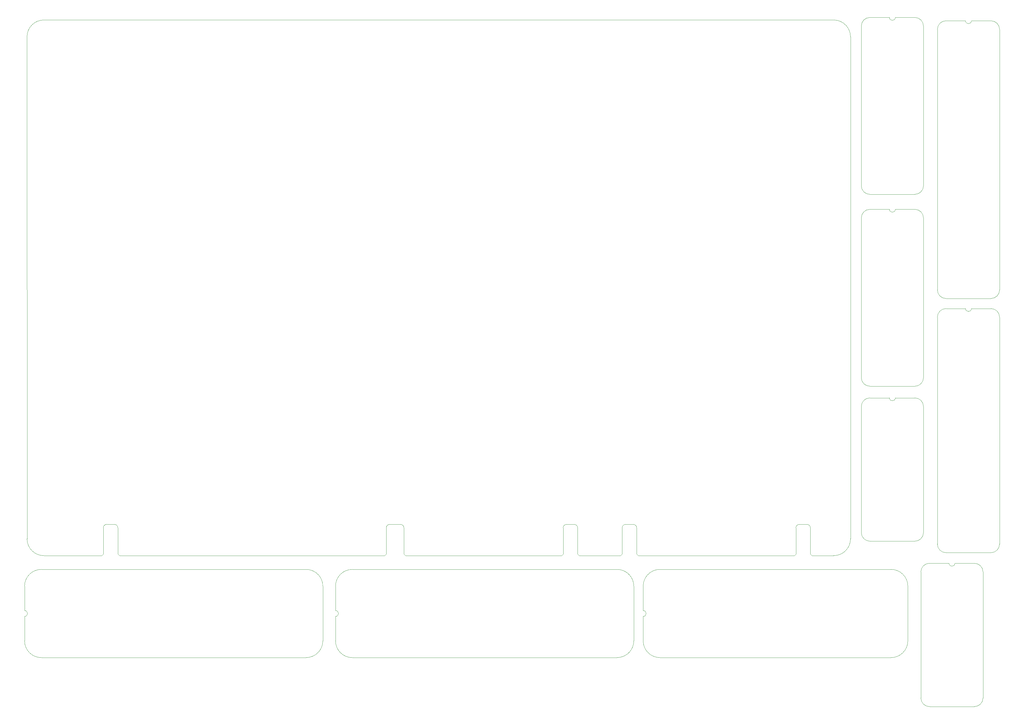
<source format=gm1>
%MOIN*%
%OFA0B0*%
%FSLAX46Y46*%
%IPPOS*%
%LPD*%
%ADD10C,0.0039370078740157488*%
%ADD21C,0.0039370078740157488*%
%ADD22C,0.0039370078740157488*%
%ADD23C,0.0039370078740157488*%
%ADD24C,0.0039370078740157488*%
%ADD25C,0.0039370078740157488*%
%ADD26C,0.0039370078740157488*%
%ADD27C,0.0039370078740157488*%
%ADD28C,0.0039370078740157488*%
%ADD29C,0.0039370078740157488*%
G01*
D10*
X0010008740Y0006210236D02*
X0010008740Y0008110236D01*
X0010343740Y0008213236D02*
X0010111642Y0008213139D01*
X0010645837Y0008213139D02*
X0010413740Y0008213236D01*
X0010645837Y0006107333D02*
X0010111643Y0006107333D01*
X0010748740Y0006210236D02*
X0010748740Y0008110236D01*
X0010008740Y0008110236D02*
G75*
G02*
X0010111642Y0008213139I0000102902J0000000000D01*
G01*
X0010111643Y0006107333D02*
G75*
G02*
X0010008740Y0006210236I0000000000J0000102902D01*
G01*
X0010413740Y0008213236D02*
G75*
G02*
X0010343740Y0008213236I-0000035000D01*
G01*
X0010645837Y0008213139D02*
G75*
G02*
X0010748739Y0008110236I0000000000J-0000102903D01*
G01*
X0010748740Y0006210236D02*
G75*
G02*
X0010645837Y0006107333I-0000102902D01*
G01*
G04 next file*
G04 Gerber Fmt 4.6, Leading zero omitted, Abs format (unit mm)*
G04 Created by KiCad (PCBNEW 8.0.7) date 2025-01-29 06:22:26*
G01*
G04 APERTURE LIST*
G04 APERTURE END LIST*
D21*
X0010748740Y0003926771D02*
G75*
G02*
X0010645837Y0003823868I-0000102902D01*
G01*
X0010645837Y0005929674D02*
G75*
G02*
X0010748740Y0005826771I0000000000J-0000102903D01*
G01*
X0010413740Y0005929771D02*
G75*
G02*
X0010343740Y0005929771I-0000035000D01*
G01*
X0010111643Y0003823868D02*
G75*
G02*
X0010008740Y0003926771I0000000000J0000102902D01*
G01*
X0010008740Y0005826771D02*
G75*
G02*
X0010111642Y0005929674I0000102902J0000000000D01*
G01*
X0010748740Y0003926771D02*
X0010748740Y0005826771D01*
X0010645837Y0003823868D02*
X0010111643Y0003823868D01*
X0010645837Y0005929674D02*
X0010413740Y0005929771D01*
X0010343740Y0005929771D02*
X0010111642Y0005929674D01*
X0010008740Y0003926771D02*
X0010008740Y0005826771D01*
G04 next file*
G04 Gerber Fmt 4.6, Leading zero omitted, Abs format (unit mm)*
G04 Created by KiCad (PCBNEW 8.0.7) date 2025-01-29 07:17:14*
G01*
G04 APERTURE LIST*
G04 APERTURE END LIST*
D22*
X0011654251Y0004970866D02*
G75*
G02*
X0011551349Y0004867963I-0000102902D01*
G01*
X0011551349Y0008173769D02*
G75*
G02*
X0011654252Y0008070866I0000000000J-0000102903D01*
G01*
X0011319112Y0008173866D02*
G75*
G02*
X0011249112Y0008173866I-0000035000D01*
G01*
X0011017154Y0004867963D02*
G75*
G02*
X0010914251Y0004970866I0000000000J0000102902D01*
G01*
X0010914112Y0008070866D02*
G75*
G02*
X0011017015Y0008173768I0000102902J0000000000D01*
G01*
X0011654251Y0004970866D02*
X0011654251Y0008070866D01*
X0011551349Y0004867963D02*
X0011017154Y0004867963D01*
X0011551209Y0008173769D02*
X0011319112Y0008173866D01*
X0011249112Y0008173866D02*
X0011017015Y0008173768D01*
X0010914251Y0004970866D02*
X0010914251Y0008070866D01*
G04 next file*
G04 Gerber Fmt 4.6, Leading zero omitted, Abs format (unit mm)*
G04 Created by KiCad (PCBNEW 8.0.7) date 2025-01-29 07:33:04*
G01*
G04 APERTURE LIST*
G04 APERTURE END LIST*
D23*
X0010748740Y0002082677D02*
G75*
G02*
X0010645837Y0001979774I-0000102902D01*
G01*
X0010645837Y0003685580D02*
G75*
G02*
X0010748739Y0003582677I0000000000J-0000102903D01*
G01*
X0010413740Y0003685677D02*
G75*
G02*
X0010343740Y0003685677I-0000035000D01*
G01*
X0010111643Y0001979774D02*
G75*
G02*
X0010008740Y0002082677I0000000000J0000102902D01*
G01*
X0010008740Y0003582677D02*
G75*
G02*
X0010111642Y0003685580I0000102902J0000000000D01*
G01*
X0010748740Y0002082677D02*
X0010748740Y0003582677D01*
X0010645837Y0001979774D02*
X0010111643Y0001979774D01*
X0010645837Y0003685580D02*
X0010413740Y0003685677D01*
X0010343740Y0003685677D02*
X0010111642Y0003685580D01*
X0010008740Y0002082677D02*
X0010008740Y0003582677D01*
G04 next file*
G04 Gerber Fmt 4.6, Leading zero omitted, Abs format (unit mm)*
G04 Created by KiCad (PCBNEW 8.0.7) date 2025-01-29 07:44:21*
G01*
G04 APERTURE LIST*
G04 APERTURE END LIST*
D24*
X0010914251Y0001945669D02*
X0010914251Y0004645669D01*
X0011249251Y0004748669D02*
X0011017154Y0004748572D01*
X0011551349Y0004748572D02*
X0011319251Y0004748669D01*
X0011551349Y0001842766D02*
X0011017154Y0001842766D01*
X0011654251Y0001945669D02*
X0011654251Y0004645669D01*
X0010914251Y0004645669D02*
G75*
G02*
X0011017154Y0004748572I0000102902J0000000000D01*
G01*
X0011017154Y0001842766D02*
G75*
G02*
X0010914251Y0001945669I0000000000J0000102902D01*
G01*
X0011319251Y0004748669D02*
G75*
G02*
X0011249251Y0004748669I-0000035000D01*
G01*
X0011551349Y0004748572D02*
G75*
G02*
X0011654251Y0004645669I0000000000J-0000102903D01*
G01*
X0011654251Y0001945669D02*
G75*
G02*
X0011551349Y0001842766I-0000102902D01*
G01*
G04 next file*
G04 Gerber Fmt 4.6, Leading zero omitted, Abs format (unit mm)*
G04 Created by KiCad (PCBNEW 8.0.7) date 2025-01-29 07:59:51*
G01*
G04 APERTURE LIST*
G04 APERTURE END LIST*
D25*
X0011457401Y0000114173D02*
G75*
G02*
X0011354498Y0000011270I-0000102902D01*
G01*
X0011354498Y0001717076D02*
G75*
G02*
X0011457401Y0001614173I0000000000J-0000102903D01*
G01*
X0011122401Y0001717173D02*
G75*
G02*
X0011052401Y0001717173I-0000035000D01*
G01*
X0010820304Y0000011270D02*
G75*
G02*
X0010717401Y0000114173I0000000000J0000102902D01*
G01*
X0010717401Y0001614173D02*
G75*
G02*
X0010820304Y0001717076I0000102902J0000000000D01*
G01*
X0011457401Y0000114173D02*
X0011457401Y0001614173D01*
X0011354498Y0000011270D02*
X0010820304Y0000011270D01*
X0011354498Y0001717076D02*
X0011122401Y0001717173D01*
X0011052401Y0001717173D02*
X0010820304Y0001717076D01*
X0010717401Y0000114173D02*
X0010717401Y0001614173D01*
G04 next file*
G04 Gerber Fmt 4.6, Leading zero omitted, Abs format (unit mm)*
G04 Created by KiCad (PCBNEW 8.0.7) date 2025-01-29 08:17:17*
G01*
G04 APERTURE LIST*
G04 APERTURE END LIST*
D26*
X0007143157Y0001807874D02*
X0006652737Y0001807874D01*
X0000080157Y0002007874D02*
X0000079842Y0007982874D01*
X0009880472Y0002007873D02*
X0009880157Y0007982874D01*
X0009680157Y0008182874D02*
G75*
G02*
X0009880157Y0007982874J-0000200000D01*
G01*
X0009680472Y0001807873D02*
X0009422560Y0001807873D01*
X0000079842Y0007982874D02*
G75*
G02*
X0000279842Y0008182874I0000200000J0000000000D01*
G01*
X0000280157Y0001807874D02*
G75*
G02*
X0000080157Y0002007874I0000000000J0000200000D01*
G01*
X0009680157Y0008182874D02*
X0000279842Y0008182874D01*
X0000968157Y0001807874D02*
X0000280157Y0001807873D01*
X0009880472Y0002007873D02*
G75*
G02*
X0009680472Y0001807874I-0000200000J0000000000D01*
G01*
X0009360560Y0002180582D02*
G75*
G02*
X0009402964Y0002138582I0000000202J-0000042200D01*
G01*
X0009230245Y0002138582D02*
G75*
G02*
X0009272649Y0002180584I0000042202J-0000000200D01*
G01*
X0007293157Y0002180582D02*
G75*
G02*
X0007335560Y0002138582I0000000201J-0000042201D01*
G01*
X0007162842Y0002138582D02*
G75*
G02*
X0007205245Y0002180582I0000042202J-0000000202D01*
G01*
X0009402964Y0001827559D02*
X0009422649Y0001807874D01*
X0009402964Y0002138582D02*
X0009402964Y0001827559D01*
X0009272649Y0002180582D02*
X0009360560Y0002180582D01*
X0009230245Y0001827559D02*
X0009210560Y0001807874D01*
X0009230245Y0002138582D02*
X0009230245Y0001827559D01*
X0009210560Y0001807874D02*
X0007355245Y0001807874D01*
X0007335560Y0001827559D02*
X0007355245Y0001807874D01*
X0007335560Y0002138582D02*
X0007335560Y0001827559D01*
X0007205245Y0002180582D02*
X0007293157Y0002180582D01*
X0007162842Y0001827559D02*
X0007143157Y0001807874D01*
X0007162842Y0002138582D02*
X0007162842Y0001827559D01*
X0006590560Y0002180582D02*
G75*
G02*
X0006632964Y0002138582I0000000202J-0000042200D01*
G01*
X0006460245Y0002138582D02*
G75*
G02*
X0006502649Y0002180584I0000042202J-0000000200D01*
G01*
X0004523157Y0002180582D02*
G75*
G02*
X0004565559Y0002138582I0000000200J-0000042200D01*
G01*
X0004355560Y0002138582D02*
G75*
G02*
X0004397964Y0002180584I0000042202J-0000000200D01*
G01*
X0001118157Y0002181094D02*
G75*
G02*
X0001160560Y0002139094I0000000201J-0000042201D01*
G01*
X0000987842Y0002139094D02*
G75*
G02*
X0001030245Y0002181094I0000042202J-0000000202D01*
G01*
X0006632964Y0001827559D02*
X0006652649Y0001807874D01*
X0006632964Y0002138582D02*
X0006632964Y0001827559D01*
X0006502649Y0002180582D02*
X0006590560Y0002180582D01*
X0006460245Y0001827559D02*
X0006440560Y0001807874D01*
X0006460245Y0002138582D02*
X0006460245Y0001827559D01*
X0006440560Y0001807874D02*
X0004585245Y0001807874D01*
X0004565560Y0001827559D02*
X0004585245Y0001807874D01*
X0004565560Y0002138582D02*
X0004565560Y0001827559D01*
X0004397964Y0002180582D02*
X0004523157Y0002180582D01*
X0004355560Y0001827559D02*
X0004335875Y0001807874D01*
X0004355560Y0002138582D02*
X0004355560Y0001827559D01*
X0004335875Y0001807874D02*
X0001180245Y0001807874D01*
X0001160560Y0001827559D02*
X0001180245Y0001807874D01*
X0001160560Y0002139094D02*
X0001160560Y0001827559D01*
X0001118157Y0002181094D02*
X0001030245Y0002181094D01*
X0000987842Y0001827559D02*
X0000968157Y0001807874D01*
X0000987842Y0002139094D02*
X0000987842Y0001827559D01*
G04 next file*
G04 Gerber Fmt 4.6, Leading zero omitted, Abs format (unit mm)*
G04 Created by KiCad (PCBNEW 8.0.7) date 2025-01-29 06:33:39*
G01*
G04 APERTURE LIST*
G04 APERTURE END LIST*
D27*
X0000250590Y0000594291D02*
X0003400590Y0000594291D01*
X0000050590Y0001084291D02*
X0000050590Y0000794291D01*
X0000050590Y0001444291D02*
X0000050590Y0001154291D01*
X0003600590Y0001444291D02*
X0003600590Y0000794291D01*
X0003400590Y0001644291D02*
X0000250590Y0001644291D01*
X0000250590Y0000594291D02*
G75*
G02*
X0000050590Y0000794291I0000000000J0000200000D01*
G01*
X0003600590Y0000794291D02*
G75*
G02*
X0003400590Y0000594291I-0000200000D01*
G01*
X0000050590Y0001154291D02*
G75*
G02*
X0000050590Y0001084291J-0000035000D01*
G01*
X0000050590Y0001444291D02*
G75*
G02*
X0000250590Y0001644291I0000200000D01*
G01*
X0003400590Y0001644291D02*
G75*
G02*
X0003600590Y0001444291J-0000200000D01*
G01*
G04 next file*
G04 Gerber Fmt 4.6, Leading zero omitted, Abs format (unit mm)*
G04 Created by KiCad (PCBNEW 8.0.7) date 2025-01-29 07:04:21*
G01*
G04 APERTURE LIST*
G04 APERTURE END LIST*
D28*
X0003951377Y0000594291D02*
X0007101377Y0000594291D01*
X0003751377Y0001084291D02*
X0003751377Y0000794291D01*
X0003751377Y0001444291D02*
X0003751377Y0001154291D01*
X0007301377Y0001444291D02*
X0007301377Y0000794291D01*
X0007101377Y0001644291D02*
X0003951377Y0001644291D01*
X0003951377Y0000594291D02*
G75*
G02*
X0003751377Y0000794291I0000000000J0000200000D01*
G01*
X0007301377Y0000794291D02*
G75*
G02*
X0007101377Y0000594291I-0000200000D01*
G01*
X0003751377Y0001154291D02*
G75*
G02*
X0003751377Y0001084291J-0000035000D01*
G01*
X0003751377Y0001444291D02*
G75*
G02*
X0003951377Y0001644291I0000200000D01*
G01*
X0007101377Y0001644291D02*
G75*
G02*
X0007301377Y0001444291J-0000200000D01*
G01*
G04 next file*
G04 Gerber Fmt 4.6, Leading zero omitted, Abs format (unit mm)*
G04 Created by KiCad (PCBNEW 8.0.7) date 2025-01-29 07:51:27*
G01*
G04 APERTURE LIST*
G04 APERTURE END LIST*
D29*
X0010362795Y0001644291D02*
G75*
G02*
X0010562795Y0001444291J-0000200000D01*
G01*
X0007412795Y0001444291D02*
G75*
G02*
X0007612795Y0001644291I0000200000D01*
G01*
X0007412795Y0001154291D02*
G75*
G02*
X0007412795Y0001084291J-0000035000D01*
G01*
X0010562795Y0000794291D02*
G75*
G02*
X0010362795Y0000594291I-0000200000D01*
G01*
X0007612795Y0000594291D02*
G75*
G02*
X0007412795Y0000794291I0000000000J0000200000D01*
G01*
X0010362795Y0001644291D02*
X0007612795Y0001644291D01*
X0010562795Y0001444291D02*
X0010562795Y0000794291D01*
X0007412795Y0001444291D02*
X0007412795Y0001154291D01*
X0007412795Y0001084291D02*
X0007412795Y0000794291D01*
X0007612795Y0000594291D02*
X0010362795Y0000594291D01*
M02*
</source>
